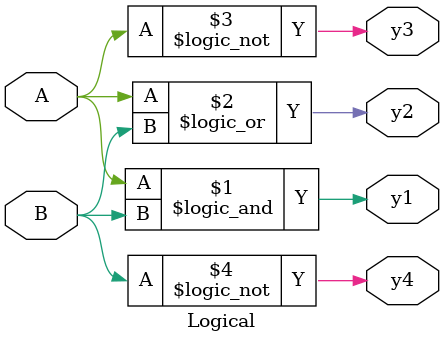
<source format=v>
module Logical(
  input A, B,
  output y1, y2, y3, y4
);
  
  assign y1 = A && B;
  assign y2 = A || B;
  assign y3 = !A;
  assign y4 = !B;
  
endmodule

</source>
